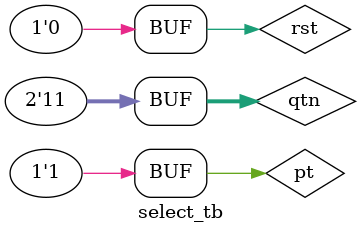
<source format=v>
module select(rst,pt,qtn,total1,product);
input rst,pt;
input [1:0]qtn;
output reg [7:0]total1=8'b00000000;
output reg product;
always@(rst or pt or qtn)
begin
if(rst)
 total1=8'b00000000;
else
 if(pt)
 begin
  product=1;
  case(qtn)
  2'b00:total1=(8'b00001010*2'b00);
  2'b01:total1=(8'b00001010*2'b01);
  2'b10:total1=(8'b00001010*2'b10);
  2'b11:total1=(8'b00001010*2'b11);
  endcase
 end
 else
 begin
  product=0;
  case(qtn)
  2'b00:total1=(8'b00000101*2'b00);
  2'b01:total1=(8'b00000101*2'b01);
  2'b10:total1=(8'b00000101*2'b10);
  2'b11:total1=(8'b00000101*2'b11);
  endcase
 end
  
end
endmodule

module select_tb;
reg rst,pt;
reg [1:0]qtn;
wire [7:0]total1;
wire product;
select s(rst,pt,qtn,total1,product);
initial
begin
rst=0;pt=0;qtn=2'b10;
#100 rst=1;
#100 rst=0;pt=1;qtn=2'b11; 
end
endmodule
</source>
